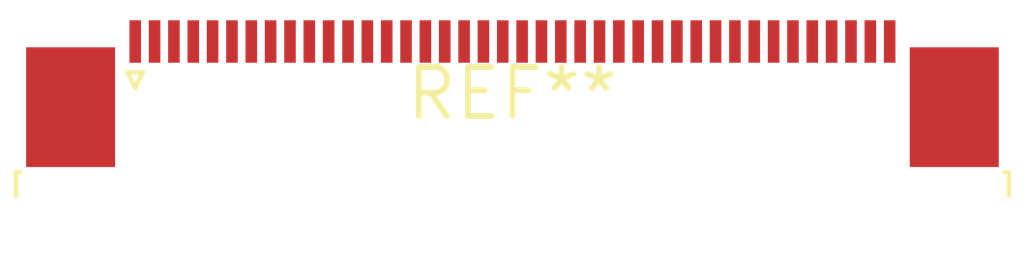
<source format=kicad_pcb>
(kicad_pcb (version 20240108) (generator pcbnew)
  (layers (0 "F.Cu" signal) (31 "B.Cu" signal) (34 "B.Paste" user) (35 "F.Paste" user) (36 "B.SilkS" user "B.Silkscreen") (37 "F.SilkS" user "F.Silkscreen") (38 "B.Mask" user) (39 "F.Mask" user) (44 "Edge.Cuts" user))
  (net 0 "")
  (footprint "TE_4-1734839-0_1x40-1MP_P0.5mm_Horizontal" (layer "F.Cu") (at 0 0)
    (property "Reference" "REF**")
    (property "Value" "PCB Edge")
    (fp_line (start -12.825 2.04) (end -12.825 2.64) (layer "F.SilkS") (stroke (width 0.12)))
    (fp_line (start -12.715 2.04) (end -12.825 2.04) (layer "F.SilkS") (stroke (width 0.12)))
    (fp_line (start -9.95 -0.55) (end -9.75 -0.15) (layer "F.SilkS") (stroke (width 0.12)))
    (fp_line (start -9.75 -0.15) (end -9.55 -0.55) (layer "F.SilkS") (stroke (width 0.12)))
    (fp_line (start -9.55 -0.55) (end -9.95 -0.55) (layer "F.SilkS") (stroke (width 0.12)))
    (fp_line (start 12.715 2.04) (end 12.825 2.04) (layer "F.SilkS") (stroke (width 0.12)))
    (fp_line (start 12.825 2.04) (end 12.825 2.64) (layer "F.SilkS") (stroke (width 0.12)))
    (pad "1" smd rect (at -9.75 -1.35) (size 0.3 1.1) (layers "F.Cu" "F.Paste" "F.Mask"))
    (pad "2" smd rect (at -9.25 -1.35) (size 0.3 1.1) (layers "F.Cu" "F.Paste" "F.Mask"))
    (pad "3" smd rect (at -8.75 -1.35) (size 0.3 1.1) (layers "F.Cu" "F.Paste" "F.Mask"))
    (pad "4" smd rect (at -8.25 -1.35) (size 0.3 1.1) (layers "F.Cu" "F.Paste" "F.Mask"))
    (pad "5" smd rect (at -7.75 -1.35) (size 0.3 1.1) (layers "F.Cu" "F.Paste" "F.Mask"))
    (pad "6" smd rect (at -7.25 -1.35) (size 0.3 1.1) (layers "F.Cu" "F.Paste" "F.Mask"))
    (pad "7" smd rect (at -6.75 -1.35) (size 0.3 1.1) (layers "F.Cu" "F.Paste" "F.Mask"))
    (pad "8" smd rect (at -6.25 -1.35) (size 0.3 1.1) (layers "F.Cu" "F.Paste" "F.Mask"))
    (pad "9" smd rect (at -5.75 -1.35) (size 0.3 1.1) (layers "F.Cu" "F.Paste" "F.Mask"))
    (pad "10" smd rect (at -5.25 -1.35) (size 0.3 1.1) (layers "F.Cu" "F.Paste" "F.Mask"))
    (pad "11" smd rect (at -4.75 -1.35) (size 0.3 1.1) (layers "F.Cu" "F.Paste" "F.Mask"))
    (pad "12" smd rect (at -4.25 -1.35) (size 0.3 1.1) (layers "F.Cu" "F.Paste" "F.Mask"))
    (pad "13" smd rect (at -3.75 -1.35) (size 0.3 1.1) (layers "F.Cu" "F.Paste" "F.Mask"))
    (pad "14" smd rect (at -3.25 -1.35) (size 0.3 1.1) (layers "F.Cu" "F.Paste" "F.Mask"))
    (pad "15" smd rect (at -2.75 -1.35) (size 0.3 1.1) (layers "F.Cu" "F.Paste" "F.Mask"))
    (pad "16" smd rect (at -2.25 -1.35) (size 0.3 1.1) (layers "F.Cu" "F.Paste" "F.Mask"))
    (pad "17" smd rect (at -1.75 -1.35) (size 0.3 1.1) (layers "F.Cu" "F.Paste" "F.Mask"))
    (pad "18" smd rect (at -1.25 -1.35) (size 0.3 1.1) (layers "F.Cu" "F.Paste" "F.Mask"))
    (pad "19" smd rect (at -0.75 -1.35) (size 0.3 1.1) (layers "F.Cu" "F.Paste" "F.Mask"))
    (pad "20" smd rect (at -0.25 -1.35) (size 0.3 1.1) (layers "F.Cu" "F.Paste" "F.Mask"))
    (pad "21" smd rect (at 0.25 -1.35) (size 0.3 1.1) (layers "F.Cu" "F.Paste" "F.Mask"))
    (pad "22" smd rect (at 0.75 -1.35) (size 0.3 1.1) (layers "F.Cu" "F.Paste" "F.Mask"))
    (pad "23" smd rect (at 1.25 -1.35) (size 0.3 1.1) (layers "F.Cu" "F.Paste" "F.Mask"))
    (pad "24" smd rect (at 1.75 -1.35) (size 0.3 1.1) (layers "F.Cu" "F.Paste" "F.Mask"))
    (pad "25" smd rect (at 2.25 -1.35) (size 0.3 1.1) (layers "F.Cu" "F.Paste" "F.Mask"))
    (pad "26" smd rect (at 2.75 -1.35) (size 0.3 1.1) (layers "F.Cu" "F.Paste" "F.Mask"))
    (pad "27" smd rect (at 3.25 -1.35) (size 0.3 1.1) (layers "F.Cu" "F.Paste" "F.Mask"))
    (pad "28" smd rect (at 3.75 -1.35) (size 0.3 1.1) (layers "F.Cu" "F.Paste" "F.Mask"))
    (pad "29" smd rect (at 4.25 -1.35) (size 0.3 1.1) (layers "F.Cu" "F.Paste" "F.Mask"))
    (pad "30" smd rect (at 4.75 -1.35) (size 0.3 1.1) (layers "F.Cu" "F.Paste" "F.Mask"))
    (pad "31" smd rect (at 5.25 -1.35) (size 0.3 1.1) (layers "F.Cu" "F.Paste" "F.Mask"))
    (pad "32" smd rect (at 5.75 -1.35) (size 0.3 1.1) (layers "F.Cu" "F.Paste" "F.Mask"))
    (pad "33" smd rect (at 6.25 -1.35) (size 0.3 1.1) (layers "F.Cu" "F.Paste" "F.Mask"))
    (pad "34" smd rect (at 6.75 -1.35) (size 0.3 1.1) (layers "F.Cu" "F.Paste" "F.Mask"))
    (pad "35" smd rect (at 7.25 -1.35) (size 0.3 1.1) (layers "F.Cu" "F.Paste" "F.Mask"))
    (pad "36" smd rect (at 7.75 -1.35) (size 0.3 1.1) (layers "F.Cu" "F.Paste" "F.Mask"))
    (pad "37" smd rect (at 8.25 -1.35) (size 0.3 1.1) (layers "F.Cu" "F.Paste" "F.Mask"))
    (pad "38" smd rect (at 8.75 -1.35) (size 0.3 1.1) (layers "F.Cu" "F.Paste" "F.Mask"))
    (pad "39" smd rect (at 9.25 -1.35) (size 0.3 1.1) (layers "F.Cu" "F.Paste" "F.Mask"))
    (pad "40" smd rect (at 9.75 -1.35) (size 0.3 1.1) (layers "F.Cu" "F.Paste" "F.Mask"))
    (pad "MP" smd rect (at -11.42 0.35) (size 2.3 3.1) (layers "F.Cu" "F.Paste" "F.Mask"))
    (pad "MP" smd rect (at 11.42 0.35) (size 2.3 3.1) (layers "F.Cu" "F.Paste" "F.Mask"))
  )
)
</source>
